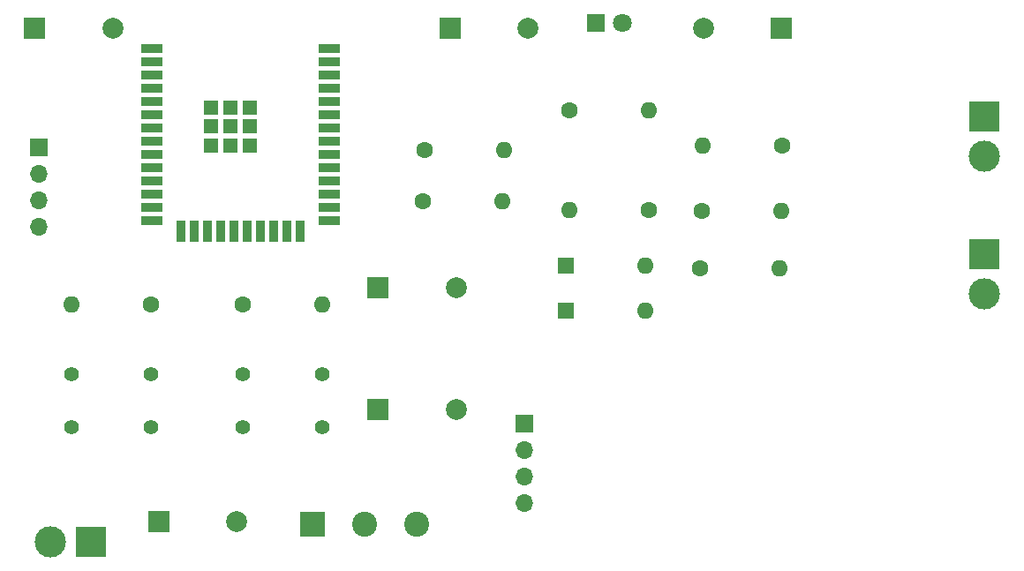
<source format=gbr>
%TF.GenerationSoftware,KiCad,Pcbnew,6.0.8-f2edbf62ab~116~ubuntu20.04.1*%
%TF.CreationDate,2023-02-28T14:52:02-03:00*%
%TF.ProjectId,placa-TAI,706c6163-612d-4544-9149-2e6b69636164,rev?*%
%TF.SameCoordinates,Original*%
%TF.FileFunction,Soldermask,Top*%
%TF.FilePolarity,Negative*%
%FSLAX46Y46*%
G04 Gerber Fmt 4.6, Leading zero omitted, Abs format (unit mm)*
G04 Created by KiCad (PCBNEW 6.0.8-f2edbf62ab~116~ubuntu20.04.1) date 2023-02-28 14:52:02*
%MOMM*%
%LPD*%
G01*
G04 APERTURE LIST*
%ADD10R,2.000000X2.000000*%
%ADD11C,2.000000*%
%ADD12C,1.600000*%
%ADD13O,1.600000X1.600000*%
%ADD14R,2.400000X2.400000*%
%ADD15C,2.400000*%
%ADD16R,1.700000X1.700000*%
%ADD17O,1.700000X1.700000*%
%ADD18R,3.000000X3.000000*%
%ADD19C,3.000000*%
%ADD20R,1.600000X1.600000*%
%ADD21R,1.800000X1.800000*%
%ADD22C,1.800000*%
%ADD23C,1.397000*%
%ADD24R,2.000000X0.900000*%
%ADD25R,0.900000X2.000000*%
%ADD26R,1.330000X1.330000*%
G04 APERTURE END LIST*
D10*
%TO.C,C2*%
X133322300Y-67180000D03*
D11*
X140822300Y-67180000D03*
%TD*%
D12*
%TO.C,R9*%
X152370000Y-84580000D03*
D13*
X144750000Y-84580000D03*
%TD*%
D12*
%TO.C,R7*%
X104670000Y-93640000D03*
D13*
X97050000Y-93640000D03*
%TD*%
D14*
%TO.C,U2*%
X120150000Y-114730000D03*
D15*
X125150000Y-114730000D03*
X130150000Y-114730000D03*
%TD*%
D12*
%TO.C,R6*%
X130740000Y-83740000D03*
D13*
X138360000Y-83740000D03*
%TD*%
D12*
%TO.C,R2*%
X157480000Y-84670000D03*
D13*
X165100000Y-84670000D03*
%TD*%
D16*
%TO.C,J3*%
X140505000Y-105110000D03*
D17*
X140505000Y-107650000D03*
X140505000Y-110190000D03*
X140505000Y-112730000D03*
%TD*%
D10*
%TO.C,C6*%
X93512323Y-67180000D03*
D11*
X101012323Y-67180000D03*
%TD*%
D18*
%TO.C,J2*%
X184540000Y-88802500D03*
D19*
X184540000Y-92682500D03*
%TD*%
D13*
%TO.C,D2*%
X152080000Y-89960000D03*
D20*
X144460000Y-89960000D03*
%TD*%
D12*
%TO.C,R5*%
X113430000Y-93640000D03*
D13*
X121050000Y-93640000D03*
%TD*%
D10*
%TO.C,C1*%
X165117700Y-67180000D03*
D11*
X157617700Y-67180000D03*
%TD*%
D10*
%TO.C,C3*%
X105402300Y-114460000D03*
D11*
X112902300Y-114460000D03*
%TD*%
D21*
%TO.C,D3*%
X147285000Y-66650000D03*
D22*
X149825000Y-66650000D03*
%TD*%
D12*
%TO.C,R4*%
X130870000Y-78890000D03*
D13*
X138490000Y-78890000D03*
%TD*%
D16*
%TO.C,J4*%
X93875000Y-78620000D03*
D17*
X93875000Y-81160000D03*
X93875000Y-83700000D03*
X93875000Y-86240000D03*
%TD*%
D10*
%TO.C,C5*%
X126432323Y-103750000D03*
D11*
X133932323Y-103750000D03*
%TD*%
D18*
%TO.C,J1*%
X184590000Y-75595000D03*
D19*
X184590000Y-79475000D03*
%TD*%
D23*
%TO.C,SW1*%
X113430000Y-100360000D03*
X121050000Y-100360000D03*
X113430000Y-105440000D03*
X121050000Y-105440000D03*
%TD*%
%TO.C,SW2*%
X97050000Y-100360000D03*
X104670000Y-100360000D03*
X97050000Y-105440000D03*
X104670000Y-105440000D03*
%TD*%
D13*
%TO.C,D1*%
X152080000Y-94290000D03*
D20*
X144460000Y-94290000D03*
%TD*%
D18*
%TO.C,J5*%
X98920000Y-116430000D03*
D19*
X95040000Y-116430000D03*
%TD*%
D24*
%TO.C,U1*%
X104760000Y-69100000D03*
X104760000Y-70370000D03*
X104760000Y-71640000D03*
X104760000Y-72910000D03*
X104760000Y-74180000D03*
X104760000Y-75450000D03*
X104760000Y-76720000D03*
X104760000Y-77990000D03*
X104760000Y-79260000D03*
X104760000Y-80530000D03*
X104760000Y-81800000D03*
X104760000Y-83070000D03*
X104760000Y-84340000D03*
X104760000Y-85610000D03*
D25*
X107545000Y-86610000D03*
X108815000Y-86610000D03*
X110085000Y-86610000D03*
X111355000Y-86610000D03*
X112625000Y-86610000D03*
X113895000Y-86610000D03*
X115165000Y-86610000D03*
X116435000Y-86610000D03*
X117705000Y-86610000D03*
X118975000Y-86610000D03*
D24*
X121760000Y-85610000D03*
X121760000Y-84340000D03*
X121760000Y-83070000D03*
X121760000Y-81800000D03*
X121760000Y-80530000D03*
X121760000Y-79260000D03*
X121760000Y-77990000D03*
X121760000Y-76720000D03*
X121760000Y-75450000D03*
X121760000Y-74180000D03*
X121760000Y-72910000D03*
X121760000Y-71640000D03*
X121760000Y-70370000D03*
X121760000Y-69100000D03*
D26*
X110425000Y-74765000D03*
X112260000Y-74765000D03*
X114095000Y-74765000D03*
X110425000Y-76600000D03*
X112260000Y-76600000D03*
X114095000Y-76600000D03*
X110425000Y-78435000D03*
X112260000Y-78435000D03*
X114095000Y-78435000D03*
%TD*%
D12*
%TO.C,R3*%
X165150000Y-78430000D03*
D13*
X157530000Y-78430000D03*
%TD*%
D12*
%TO.C,R8*%
X144750000Y-75010000D03*
D13*
X152370000Y-75010000D03*
%TD*%
D10*
%TO.C,C4*%
X126432323Y-92030000D03*
D11*
X133932323Y-92030000D03*
%TD*%
D12*
%TO.C,R1*%
X157310000Y-90210000D03*
D13*
X164930000Y-90210000D03*
%TD*%
M02*

</source>
